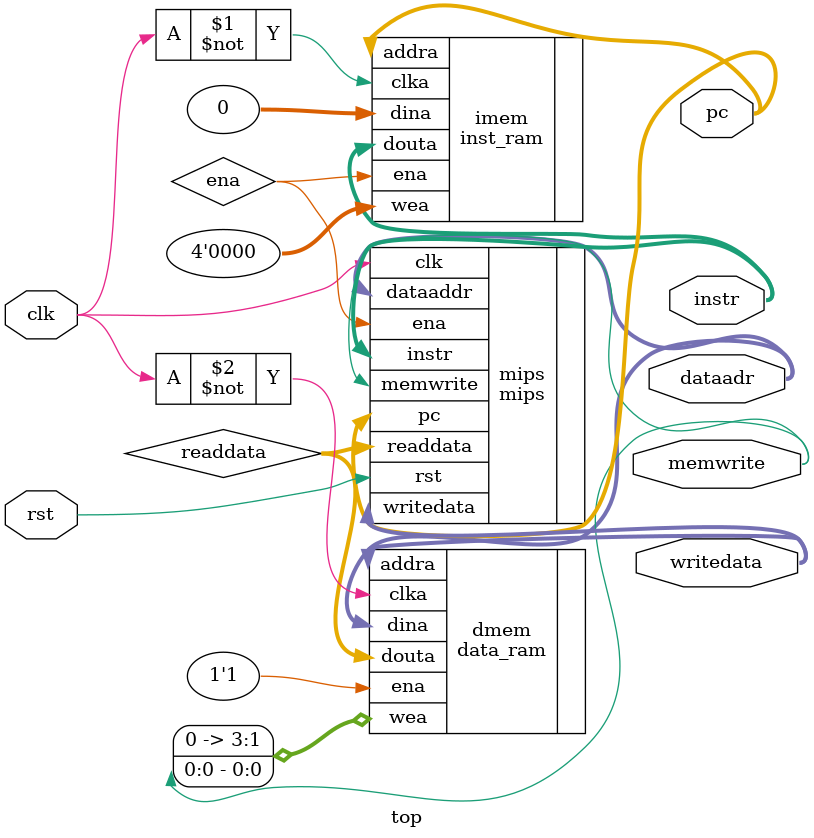
<source format=v>
`timescale 1ns / 1ps

module top(
	input wire clk,rst,
	output wire[31:0] writedata,dataadr,
	output wire memwrite,
	output [31:0]instr,
	output [31:0] pc
    );
wire ena;
	
	wire[31:0] readdata;
    //Êä³öpc£¬ÊäÈëinstruction
	mips mips(.clk(clk),
	           .rst(rst),
	           .pc(pc),
	           .instr(instr),
	           .memwrite(memwrite),
	           .dataaddr(dataadr),
	           .writedata(writedata),
	           .readdata(readdata),
	           .ena(ena));
	           
	inst_ram imem(.addra(pc),.clka(~clk),.dina(32'h00000000),.douta(instr),.ena(ena),.wea(4'b0000));
	data_ram dmem(.clka(~clk),.wea({{3{1'b0}},memwrite}),.addra(dataadr),.dina(writedata),.douta(readdata),.ena(1'b1));
endmodule

</source>
